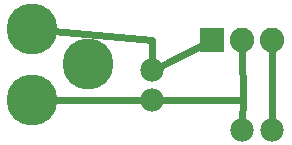
<source format=gtl>
G04 MADE WITH FRITZING*
G04 WWW.FRITZING.ORG*
G04 DOUBLE SIDED*
G04 HOLES PLATED*
G04 CONTOUR ON CENTER OF CONTOUR VECTOR*
%ASAXBY*%
%FSLAX23Y23*%
%MOIN*%
%OFA0B0*%
%SFA1.0B1.0*%
%ADD10C,0.082000*%
%ADD11C,0.078000*%
%ADD12C,0.170000*%
%ADD13R,0.082000X0.082000*%
%ADD14C,0.024000*%
%LNCOPPER1*%
G90*
G70*
G54D10*
X861Y626D03*
X961Y626D03*
X1061Y626D03*
G54D11*
X1061Y326D03*
X961Y326D03*
X661Y526D03*
X661Y426D03*
G54D12*
X261Y662D03*
X261Y426D03*
X446Y544D03*
X261Y662D03*
X261Y426D03*
X446Y544D03*
G54D13*
X861Y626D03*
G54D14*
X660Y556D02*
X659Y627D01*
D02*
X659Y627D02*
X331Y656D01*
D02*
X631Y426D02*
X331Y426D01*
D02*
X961Y594D02*
X962Y427D01*
D02*
X962Y427D02*
X691Y426D01*
D02*
X832Y612D02*
X688Y539D01*
D02*
X962Y427D02*
X961Y356D01*
D02*
X1061Y356D02*
X1061Y594D01*
G04 End of Copper1*
M02*
</source>
